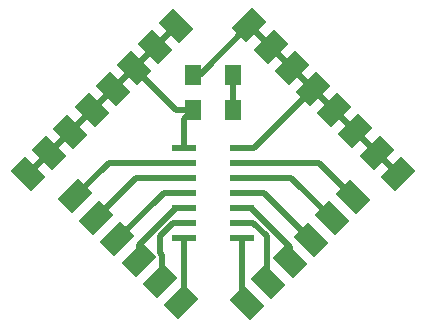
<source format=gbr>
%TF.GenerationSoftware,KiCad,Pcbnew,8.0.1*%
%TF.CreationDate,2024-04-23T14:14:13-04:00*%
%TF.ProjectId,mainboard,6d61696e-626f-4617-9264-2e6b69636164,rev?*%
%TF.SameCoordinates,Original*%
%TF.FileFunction,Copper,L1,Top*%
%TF.FilePolarity,Positive*%
%FSLAX46Y46*%
G04 Gerber Fmt 4.6, Leading zero omitted, Abs format (unit mm)*
G04 Created by KiCad (PCBNEW 8.0.1) date 2024-04-23 14:14:13*
%MOMM*%
%LPD*%
G01*
G04 APERTURE LIST*
G04 Aperture macros list*
%AMRotRect*
0 Rectangle, with rotation*
0 The origin of the aperture is its center*
0 $1 length*
0 $2 width*
0 $3 Rotation angle, in degrees counterclockwise*
0 Add horizontal line*
21,1,$1,$2,0,0,$3*%
G04 Aperture macros list end*
%TA.AperFunction,SMDPad,CuDef*%
%ADD10R,1.400000X1.700000*%
%TD*%
%TA.AperFunction,SMDPad,CuDef*%
%ADD11RotRect,2.500000X1.700000X315.000000*%
%TD*%
%TA.AperFunction,SMDPad,CuDef*%
%ADD12RotRect,2.500000X1.700000X225.000000*%
%TD*%
%TA.AperFunction,SMDPad,CuDef*%
%ADD13R,2.000000X0.600000*%
%TD*%
%TA.AperFunction,SMDPad,CuDef*%
%ADD14RotRect,2.500000X1.700000X135.000000*%
%TD*%
%TA.AperFunction,SMDPad,CuDef*%
%ADD15RotRect,2.500000X1.700000X45.000000*%
%TD*%
%TA.AperFunction,Conductor*%
%ADD16C,0.500000*%
%TD*%
G04 APERTURE END LIST*
D10*
%TO.P,R1,1*%
%TO.N,Net-(D1-K)*%
X171700000Y-75500000D03*
%TO.P,R1,2*%
%TO.N,Net-(J4-Pin_1)*%
X168300000Y-75500000D03*
%TD*%
D11*
%TO.P,J2,1,Pin_1*%
%TO.N,Net-(J2-Pin_1)*%
X181863783Y-85883526D03*
%TO.P,J2,2,Pin_2*%
%TO.N,Net-(J2-Pin_2)*%
X180067732Y-87679577D03*
%TO.P,J2,3,Pin_3*%
%TO.N,Net-(J2-Pin_3)*%
X178271681Y-89475628D03*
%TO.P,J2,4,Pin_4*%
%TO.N,Net-(J2-Pin_4)*%
X176475629Y-91271680D03*
%TO.P,J2,5,Pin_5*%
%TO.N,Net-(J2-Pin_5)*%
X174679578Y-93067731D03*
%TO.P,J2,6,Pin_6*%
%TO.N,Net-(J2-Pin_6)*%
X172883527Y-94863782D03*
%TD*%
D12*
%TO.P,J1,1,Pin_1*%
%TO.N,Net-(J1-Pin_1)*%
X167296051Y-94796051D03*
%TO.P,J1,2,Pin_2*%
%TO.N,Net-(J1-Pin_2)*%
X165500000Y-93000000D03*
%TO.P,J1,3,Pin_3*%
%TO.N,Net-(J1-Pin_3)*%
X163703949Y-91203949D03*
%TO.P,J1,4,Pin_4*%
%TO.N,Net-(J1-Pin_4)*%
X161907897Y-89407897D03*
%TO.P,J1,5,Pin_5*%
%TO.N,Net-(J1-Pin_5)*%
X160111846Y-87611846D03*
%TO.P,J1,6,Pin_6*%
%TO.N,Net-(J1-Pin_6)*%
X158315795Y-85815795D03*
%TD*%
D13*
%TO.P,U1,1,VCC*%
%TO.N,Net-(D1-A)*%
X167525000Y-81690000D03*
%TO.P,U1,2,PA4*%
%TO.N,Net-(J1-Pin_6)*%
X167525000Y-82960000D03*
%TO.P,U1,3,PA5*%
%TO.N,Net-(J1-Pin_5)*%
X167525000Y-84230000D03*
%TO.P,U1,4,PA6/DAC*%
%TO.N,Net-(J1-Pin_4)*%
X167525000Y-85500000D03*
%TO.P,U1,5,PA7*%
%TO.N,Net-(J1-Pin_3)*%
X167525000Y-86770000D03*
%TO.P,U1,6,PB3/RXD*%
%TO.N,Net-(J1-Pin_2)*%
X167525000Y-88040000D03*
%TO.P,U1,7,PB2/TXD*%
%TO.N,Net-(J1-Pin_1)*%
X167525000Y-89310000D03*
%TO.P,U1,8,PB1/SDA*%
%TO.N,Net-(J2-Pin_6)*%
X172475000Y-89310000D03*
%TO.P,U1,9,PB0/SCL*%
%TO.N,Net-(J2-Pin_5)*%
X172475000Y-88040000D03*
%TO.P,U1,10,~{RESET}/UPDI/PA0*%
%TO.N,Net-(J2-Pin_4)*%
X172475000Y-86770000D03*
%TO.P,U1,11,PA1*%
%TO.N,Net-(J2-Pin_3)*%
X172475000Y-85500000D03*
%TO.P,U1,12,PA2*%
%TO.N,Net-(J2-Pin_2)*%
X172475000Y-84230000D03*
%TO.P,U1,13,PA3/SCK*%
%TO.N,Net-(J2-Pin_1)*%
X172475000Y-82960000D03*
%TO.P,U1,14,GND*%
%TO.N,Net-(J4-Pin_1)*%
X172475000Y-81690000D03*
%TD*%
D10*
%TO.P,D1,1,K*%
%TO.N,Net-(D1-K)*%
X171700000Y-78500000D03*
%TO.P,D1,2,A*%
%TO.N,Net-(D1-A)*%
X168300000Y-78500000D03*
%TD*%
D14*
%TO.P,J3,8,Pin_8*%
%TO.N,Net-(D1-A)*%
X166905455Y-71347237D03*
%TO.P,J3,7,Pin_7*%
X165109403Y-73143289D03*
%TO.P,J3,6,Pin_6*%
X163313352Y-74939340D03*
%TO.P,J3,5,Pin_5*%
X161517301Y-76735391D03*
%TO.P,J3,4,Pin_4*%
X159721250Y-78531442D03*
%TO.P,J3,3,Pin_3*%
X157925198Y-80327494D03*
%TO.P,J3,2,Pin_2*%
X156129147Y-82123545D03*
%TO.P,J3,1,Pin_1*%
X154333096Y-83919596D03*
%TD*%
D15*
%TO.P,J4,1,Pin_1*%
%TO.N,Net-(J4-Pin_1)*%
X173080404Y-71333096D03*
%TO.P,J4,2,Pin_2*%
X174876455Y-73129147D03*
%TO.P,J4,3,Pin_3*%
X176672506Y-74925198D03*
%TO.P,J4,4,Pin_4*%
X178468558Y-76721250D03*
%TO.P,J4,5,Pin_5*%
X180264609Y-78517301D03*
%TO.P,J4,6,Pin_6*%
X182060660Y-80313352D03*
%TO.P,J4,7,Pin_7*%
X183856711Y-82109403D03*
%TO.P,J4,8,Pin_8*%
X185652763Y-83905455D03*
%TD*%
D16*
%TO.N,Net-(J1-Pin_2)*%
X166595000Y-88040000D02*
X167525000Y-88040000D01*
X165500000Y-90595836D02*
X165500000Y-89135000D01*
X165638873Y-90734709D02*
X165500000Y-90595836D01*
X165500000Y-89135000D02*
X166595000Y-88040000D01*
X165638873Y-92861127D02*
X165638873Y-90734709D01*
X165500000Y-93000000D02*
X165638873Y-92861127D01*
%TO.N,Net-(J1-Pin_3)*%
X167525000Y-86770000D02*
X166825000Y-86770000D01*
X166825000Y-86770000D02*
X163703949Y-89891051D01*
X163703949Y-89891051D02*
X163703949Y-91203949D01*
%TO.N,Net-(J1-Pin_6)*%
X161171590Y-82960000D02*
X158315795Y-85815795D01*
X167525000Y-82960000D02*
X161171590Y-82960000D01*
%TO.N,Net-(J1-Pin_5)*%
X163493692Y-84230000D02*
X160111846Y-87611846D01*
X167525000Y-84230000D02*
X163493692Y-84230000D01*
%TO.N,Net-(J1-Pin_4)*%
X165815794Y-85500000D02*
X161907897Y-89407897D01*
X167525000Y-85500000D02*
X165815794Y-85500000D01*
%TO.N,Net-(J1-Pin_1)*%
X167525000Y-94567102D02*
X167296051Y-94796051D01*
X167525000Y-89310000D02*
X167525000Y-94567102D01*
%TO.N,Net-(J2-Pin_6)*%
X172475000Y-94455255D02*
X172883527Y-94863782D01*
X172475000Y-89310000D02*
X172475000Y-94455255D01*
%TO.N,Net-(J2-Pin_5)*%
X174540705Y-92928858D02*
X174679578Y-93067731D01*
X174540705Y-89175705D02*
X174540705Y-92928858D01*
X173405000Y-88040000D02*
X174540705Y-89175705D01*
X172475000Y-88040000D02*
X173405000Y-88040000D01*
%TO.N,Net-(J2-Pin_4)*%
X176475629Y-90070629D02*
X176475629Y-91271680D01*
X173175000Y-86770000D02*
X176475629Y-90070629D01*
X172475000Y-86770000D02*
X173175000Y-86770000D01*
%TO.N,Net-(J2-Pin_3)*%
X174296053Y-85500000D02*
X178271681Y-89475628D01*
X172475000Y-85500000D02*
X174296053Y-85500000D01*
%TO.N,Net-(J2-Pin_2)*%
X176618155Y-84230000D02*
X180067732Y-87679577D01*
X172475000Y-84230000D02*
X176618155Y-84230000D01*
%TO.N,Net-(J2-Pin_1)*%
X172475000Y-82960000D02*
X178940257Y-82960000D01*
X178940257Y-82960000D02*
X181863783Y-85883526D01*
%TO.N,Net-(D1-K)*%
X171700000Y-78500000D02*
X171700000Y-75500000D01*
%TO.N,Net-(J4-Pin_1)*%
X173499808Y-81690000D02*
X178468558Y-76721250D01*
X172475000Y-81690000D02*
X173499808Y-81690000D01*
X173080404Y-71333096D02*
X185652763Y-83905455D01*
X168913500Y-75500000D02*
X173080404Y-71333096D01*
X168300000Y-75500000D02*
X168913500Y-75500000D01*
%TO.N,Net-(D1-A)*%
X166905455Y-71347237D02*
X154333096Y-83919596D01*
X166874012Y-78500000D02*
X163313352Y-74939340D01*
X168300000Y-78500000D02*
X166874012Y-78500000D01*
X167525000Y-79275000D02*
X168300000Y-78500000D01*
X167525000Y-81690000D02*
X167525000Y-79275000D01*
%TD*%
M02*

</source>
